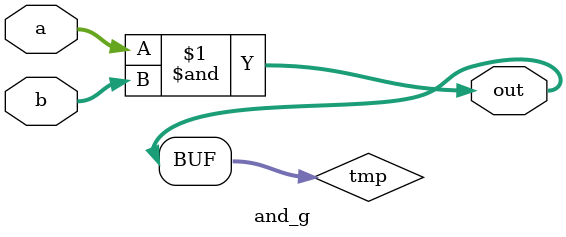
<source format=v>
module and_g
#
(
    parameter W=8
)
(
    input [W-1:0] a,
    input [W-1:0] b,
    output [W-1:0] out
);


(* verilator_me = "tmp_andg" *)
wire [W-1:0] tmp;
assign tmp = a & b;
assign out = tmp;

endmodule

</source>
